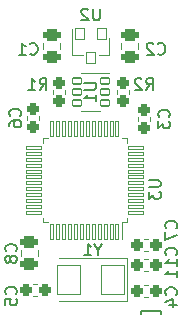
<source format=gbr>
G04 #@! TF.GenerationSoftware,KiCad,Pcbnew,6.0.11+dfsg-1*
G04 #@! TF.CreationDate,2024-04-15T01:17:26+03:00*
G04 #@! TF.ProjectId,PocketAdmin,506f636b-6574-4416-946d-696e2e6b6963,1.3*
G04 #@! TF.SameCoordinates,PX7bfa480PY42c1d80*
G04 #@! TF.FileFunction,Legend,Bot*
G04 #@! TF.FilePolarity,Positive*
%FSLAX46Y46*%
G04 Gerber Fmt 4.6, Leading zero omitted, Abs format (unit mm)*
G04 Created by KiCad (PCBNEW 6.0.11+dfsg-1) date 2024-04-15 01:17:26*
%MOMM*%
%LPD*%
G01*
G04 APERTURE LIST*
G04 Aperture macros list*
%AMRoundRect*
0 Rectangle with rounded corners*
0 $1 Rounding radius*
0 $2 $3 $4 $5 $6 $7 $8 $9 X,Y pos of 4 corners*
0 Add a 4 corners polygon primitive as box body*
4,1,4,$2,$3,$4,$5,$6,$7,$8,$9,$2,$3,0*
0 Add four circle primitives for the rounded corners*
1,1,$1+$1,$2,$3*
1,1,$1+$1,$4,$5*
1,1,$1+$1,$6,$7*
1,1,$1+$1,$8,$9*
0 Add four rect primitives between the rounded corners*
20,1,$1+$1,$2,$3,$4,$5,0*
20,1,$1+$1,$4,$5,$6,$7,0*
20,1,$1+$1,$6,$7,$8,$9,0*
20,1,$1+$1,$8,$9,$2,$3,0*%
G04 Aperture macros list end*
%ADD10C,0.150000*%
%ADD11C,0.120000*%
%ADD12C,1.200000*%
%ADD13O,2.000000X3.600000*%
%ADD14RoundRect,0.050000X-0.850000X0.850000X-0.850000X-0.850000X0.850000X-0.850000X0.850000X0.850000X0*%
%ADD15O,1.800000X1.800000*%
%ADD16RoundRect,0.268750X-0.256250X0.218750X-0.256250X-0.218750X0.256250X-0.218750X0.256250X0.218750X0*%
%ADD17RoundRect,0.050000X0.350000X0.255000X-0.350000X0.255000X-0.350000X-0.255000X0.350000X-0.255000X0*%
%ADD18RoundRect,0.050000X-0.400000X0.450000X-0.400000X-0.450000X0.400000X-0.450000X0.400000X0.450000X0*%
%ADD19RoundRect,0.268750X0.218750X0.256250X-0.218750X0.256250X-0.218750X-0.256250X0.218750X-0.256250X0*%
%ADD20RoundRect,0.050000X1.000000X1.200000X-1.000000X1.200000X-1.000000X-1.200000X1.000000X-1.200000X0*%
%ADD21RoundRect,0.293750X-0.456250X0.243750X-0.456250X-0.243750X0.456250X-0.243750X0.456250X0.243750X0*%
%ADD22RoundRect,0.293750X0.456250X-0.243750X0.456250X0.243750X-0.456250X0.243750X-0.456250X-0.243750X0*%
%ADD23RoundRect,0.268750X-0.218750X-0.256250X0.218750X-0.256250X0.218750X0.256250X-0.218750X0.256250X0*%
%ADD24RoundRect,0.050000X0.125000X-0.650000X0.125000X0.650000X-0.125000X0.650000X-0.125000X-0.650000X0*%
%ADD25RoundRect,0.050000X-0.650000X-0.125000X0.650000X-0.125000X0.650000X0.125000X-0.650000X0.125000X0*%
G04 APERTURE END LIST*
D10*
X14107142Y-11833333D02*
X14154761Y-11785714D01*
X14202380Y-11642857D01*
X14202380Y-11547619D01*
X14154761Y-11404761D01*
X14059523Y-11309523D01*
X13964285Y-11261904D01*
X13773809Y-11214285D01*
X13630952Y-11214285D01*
X13440476Y-11261904D01*
X13345238Y-11309523D01*
X13250000Y-11404761D01*
X13202380Y-11547619D01*
X13202380Y-11642857D01*
X13250000Y-11785714D01*
X13297619Y-11833333D01*
X13202380Y-12166666D02*
X13202380Y-12785714D01*
X13583333Y-12452380D01*
X13583333Y-12595238D01*
X13630952Y-12690476D01*
X13678571Y-12738095D01*
X13773809Y-12785714D01*
X14011904Y-12785714D01*
X14107142Y-12738095D01*
X14154761Y-12690476D01*
X14202380Y-12595238D01*
X14202380Y-12309523D01*
X14154761Y-12214285D01*
X14107142Y-12166666D01*
X6952380Y-8938095D02*
X7761904Y-8938095D01*
X7857142Y-8985714D01*
X7904761Y-9033333D01*
X7952380Y-9128571D01*
X7952380Y-9319047D01*
X7904761Y-9414285D01*
X7857142Y-9461904D01*
X7761904Y-9509523D01*
X6952380Y-9509523D01*
X7952380Y-10509523D02*
X7952380Y-9938095D01*
X7952380Y-10223809D02*
X6952380Y-10223809D01*
X7095238Y-10128571D01*
X7190476Y-10033333D01*
X7238095Y-9938095D01*
X8261904Y-2652380D02*
X8261904Y-3461904D01*
X8214285Y-3557142D01*
X8166666Y-3604761D01*
X8071428Y-3652380D01*
X7880952Y-3652380D01*
X7785714Y-3604761D01*
X7738095Y-3557142D01*
X7690476Y-3461904D01*
X7690476Y-2652380D01*
X7261904Y-2747619D02*
X7214285Y-2700000D01*
X7119047Y-2652380D01*
X6880952Y-2652380D01*
X6785714Y-2700000D01*
X6738095Y-2747619D01*
X6690476Y-2842857D01*
X6690476Y-2938095D01*
X6738095Y-3080952D01*
X7309523Y-3652380D01*
X6690476Y-3652380D01*
X1507142Y-11733333D02*
X1554761Y-11685714D01*
X1602380Y-11542857D01*
X1602380Y-11447619D01*
X1554761Y-11304761D01*
X1459523Y-11209523D01*
X1364285Y-11161904D01*
X1173809Y-11114285D01*
X1030952Y-11114285D01*
X840476Y-11161904D01*
X745238Y-11209523D01*
X650000Y-11304761D01*
X602380Y-11447619D01*
X602380Y-11542857D01*
X650000Y-11685714D01*
X697619Y-11733333D01*
X602380Y-12590476D02*
X602380Y-12400000D01*
X650000Y-12304761D01*
X697619Y-12257142D01*
X840476Y-12161904D01*
X1030952Y-12114285D01*
X1411904Y-12114285D01*
X1507142Y-12161904D01*
X1554761Y-12209523D01*
X1602380Y-12304761D01*
X1602380Y-12495238D01*
X1554761Y-12590476D01*
X1507142Y-12638095D01*
X1411904Y-12685714D01*
X1173809Y-12685714D01*
X1078571Y-12638095D01*
X1030952Y-12590476D01*
X983333Y-12495238D01*
X983333Y-12304761D01*
X1030952Y-12209523D01*
X1078571Y-12161904D01*
X1173809Y-12114285D01*
X3166666Y-9552380D02*
X3500000Y-9076190D01*
X3738095Y-9552380D02*
X3738095Y-8552380D01*
X3357142Y-8552380D01*
X3261904Y-8600000D01*
X3214285Y-8647619D01*
X3166666Y-8742857D01*
X3166666Y-8885714D01*
X3214285Y-8980952D01*
X3261904Y-9028571D01*
X3357142Y-9076190D01*
X3738095Y-9076190D01*
X2214285Y-9552380D02*
X2785714Y-9552380D01*
X2500000Y-9552380D02*
X2500000Y-8552380D01*
X2595238Y-8695238D01*
X2690476Y-8790476D01*
X2785714Y-8838095D01*
X12166666Y-9552380D02*
X12500000Y-9076190D01*
X12738095Y-9552380D02*
X12738095Y-8552380D01*
X12357142Y-8552380D01*
X12261904Y-8600000D01*
X12214285Y-8647619D01*
X12166666Y-8742857D01*
X12166666Y-8885714D01*
X12214285Y-8980952D01*
X12261904Y-9028571D01*
X12357142Y-9076190D01*
X12738095Y-9076190D01*
X11785714Y-8647619D02*
X11738095Y-8600000D01*
X11642857Y-8552380D01*
X11404761Y-8552380D01*
X11309523Y-8600000D01*
X11261904Y-8647619D01*
X11214285Y-8742857D01*
X11214285Y-8838095D01*
X11261904Y-8980952D01*
X11833333Y-9552380D01*
X11214285Y-9552380D01*
X1157142Y-26833333D02*
X1204761Y-26785714D01*
X1252380Y-26642857D01*
X1252380Y-26547619D01*
X1204761Y-26404761D01*
X1109523Y-26309523D01*
X1014285Y-26261904D01*
X823809Y-26214285D01*
X680952Y-26214285D01*
X490476Y-26261904D01*
X395238Y-26309523D01*
X300000Y-26404761D01*
X252380Y-26547619D01*
X252380Y-26642857D01*
X300000Y-26785714D01*
X347619Y-26833333D01*
X252380Y-27738095D02*
X252380Y-27261904D01*
X728571Y-27214285D01*
X680952Y-27261904D01*
X633333Y-27357142D01*
X633333Y-27595238D01*
X680952Y-27690476D01*
X728571Y-27738095D01*
X823809Y-27785714D01*
X1061904Y-27785714D01*
X1157142Y-27738095D01*
X1204761Y-27690476D01*
X1252380Y-27595238D01*
X1252380Y-27357142D01*
X1204761Y-27261904D01*
X1157142Y-27214285D01*
X8126190Y-23076190D02*
X8126190Y-23552380D01*
X8459523Y-22552380D02*
X8126190Y-23076190D01*
X7792857Y-22552380D01*
X6935714Y-23552380D02*
X7507142Y-23552380D01*
X7221428Y-23552380D02*
X7221428Y-22552380D01*
X7316666Y-22695238D01*
X7411904Y-22790476D01*
X7507142Y-22838095D01*
X13166666Y-6457142D02*
X13214285Y-6504761D01*
X13357142Y-6552380D01*
X13452380Y-6552380D01*
X13595238Y-6504761D01*
X13690476Y-6409523D01*
X13738095Y-6314285D01*
X13785714Y-6123809D01*
X13785714Y-5980952D01*
X13738095Y-5790476D01*
X13690476Y-5695238D01*
X13595238Y-5600000D01*
X13452380Y-5552380D01*
X13357142Y-5552380D01*
X13214285Y-5600000D01*
X13166666Y-5647619D01*
X12785714Y-5647619D02*
X12738095Y-5600000D01*
X12642857Y-5552380D01*
X12404761Y-5552380D01*
X12309523Y-5600000D01*
X12261904Y-5647619D01*
X12214285Y-5742857D01*
X12214285Y-5838095D01*
X12261904Y-5980952D01*
X12833333Y-6552380D01*
X12214285Y-6552380D01*
X2366666Y-6457142D02*
X2414285Y-6504761D01*
X2557142Y-6552380D01*
X2652380Y-6552380D01*
X2795238Y-6504761D01*
X2890476Y-6409523D01*
X2938095Y-6314285D01*
X2985714Y-6123809D01*
X2985714Y-5980952D01*
X2938095Y-5790476D01*
X2890476Y-5695238D01*
X2795238Y-5600000D01*
X2652380Y-5552380D01*
X2557142Y-5552380D01*
X2414285Y-5600000D01*
X2366666Y-5647619D01*
X1414285Y-6552380D02*
X1985714Y-6552380D01*
X1700000Y-6552380D02*
X1700000Y-5552380D01*
X1795238Y-5695238D01*
X1890476Y-5790476D01*
X1985714Y-5838095D01*
X14707142Y-21233333D02*
X14754761Y-21185714D01*
X14802380Y-21042857D01*
X14802380Y-20947619D01*
X14754761Y-20804761D01*
X14659523Y-20709523D01*
X14564285Y-20661904D01*
X14373809Y-20614285D01*
X14230952Y-20614285D01*
X14040476Y-20661904D01*
X13945238Y-20709523D01*
X13850000Y-20804761D01*
X13802380Y-20947619D01*
X13802380Y-21042857D01*
X13850000Y-21185714D01*
X13897619Y-21233333D01*
X13802380Y-21566666D02*
X13802380Y-22233333D01*
X14802380Y-21804761D01*
X14707142Y-26883333D02*
X14754761Y-26835714D01*
X14802380Y-26692857D01*
X14802380Y-26597619D01*
X14754761Y-26454761D01*
X14659523Y-26359523D01*
X14564285Y-26311904D01*
X14373809Y-26264285D01*
X14230952Y-26264285D01*
X14040476Y-26311904D01*
X13945238Y-26359523D01*
X13850000Y-26454761D01*
X13802380Y-26597619D01*
X13802380Y-26692857D01*
X13850000Y-26835714D01*
X13897619Y-26883333D01*
X14135714Y-27740476D02*
X14802380Y-27740476D01*
X13754761Y-27502380D02*
X14469047Y-27264285D01*
X14469047Y-27883333D01*
X1157142Y-23205833D02*
X1204761Y-23158214D01*
X1252380Y-23015357D01*
X1252380Y-22920119D01*
X1204761Y-22777261D01*
X1109523Y-22682023D01*
X1014285Y-22634404D01*
X823809Y-22586785D01*
X680952Y-22586785D01*
X490476Y-22634404D01*
X395238Y-22682023D01*
X300000Y-22777261D01*
X252380Y-22920119D01*
X252380Y-23015357D01*
X300000Y-23158214D01*
X347619Y-23205833D01*
X680952Y-23777261D02*
X633333Y-23682023D01*
X585714Y-23634404D01*
X490476Y-23586785D01*
X442857Y-23586785D01*
X347619Y-23634404D01*
X300000Y-23682023D01*
X252380Y-23777261D01*
X252380Y-23967738D01*
X300000Y-24062976D01*
X347619Y-24110595D01*
X442857Y-24158214D01*
X490476Y-24158214D01*
X585714Y-24110595D01*
X633333Y-24062976D01*
X680952Y-23967738D01*
X680952Y-23777261D01*
X728571Y-23682023D01*
X776190Y-23634404D01*
X871428Y-23586785D01*
X1061904Y-23586785D01*
X1157142Y-23634404D01*
X1204761Y-23682023D01*
X1252380Y-23777261D01*
X1252380Y-23967738D01*
X1204761Y-24062976D01*
X1157142Y-24110595D01*
X1061904Y-24158214D01*
X871428Y-24158214D01*
X776190Y-24110595D01*
X728571Y-24062976D01*
X680952Y-23967738D01*
X14707142Y-23507142D02*
X14754761Y-23459523D01*
X14802380Y-23316666D01*
X14802380Y-23221428D01*
X14754761Y-23078571D01*
X14659523Y-22983333D01*
X14564285Y-22935714D01*
X14373809Y-22888095D01*
X14230952Y-22888095D01*
X14040476Y-22935714D01*
X13945238Y-22983333D01*
X13850000Y-23078571D01*
X13802380Y-23221428D01*
X13802380Y-23316666D01*
X13850000Y-23459523D01*
X13897619Y-23507142D01*
X14802380Y-24459523D02*
X14802380Y-23888095D01*
X14802380Y-24173809D02*
X13802380Y-24173809D01*
X13945238Y-24078571D01*
X14040476Y-23983333D01*
X14088095Y-23888095D01*
X14802380Y-25411904D02*
X14802380Y-24840476D01*
X14802380Y-25126190D02*
X13802380Y-25126190D01*
X13945238Y-25030952D01*
X14040476Y-24935714D01*
X14088095Y-24840476D01*
X12402380Y-17188095D02*
X13211904Y-17188095D01*
X13307142Y-17235714D01*
X13354761Y-17283333D01*
X13402380Y-17378571D01*
X13402380Y-17569047D01*
X13354761Y-17664285D01*
X13307142Y-17711904D01*
X13211904Y-17759523D01*
X12402380Y-17759523D01*
X12402380Y-18140476D02*
X12402380Y-18759523D01*
X12783333Y-18426190D01*
X12783333Y-18569047D01*
X12830952Y-18664285D01*
X12878571Y-18711904D01*
X12973809Y-18759523D01*
X13211904Y-18759523D01*
X13307142Y-18711904D01*
X13354761Y-18664285D01*
X13402380Y-18569047D01*
X13402380Y-18283333D01*
X13354761Y-18188095D01*
X13307142Y-18140476D01*
D11*
X12510000Y-11837221D02*
X12510000Y-12162779D01*
X11490000Y-11837221D02*
X11490000Y-12162779D01*
X8300000Y-11300000D02*
X6700000Y-11300000D01*
X6700000Y-8100000D02*
X9000000Y-8100000D01*
X9080000Y-6560000D02*
X8150000Y-6560000D01*
X9080000Y-6560000D02*
X9080000Y-5100000D01*
X5920000Y-6560000D02*
X5920000Y-4400000D01*
X5920000Y-6560000D02*
X6850000Y-6560000D01*
X3110000Y-11737221D02*
X3110000Y-12062779D01*
X2090000Y-11737221D02*
X2090000Y-12062779D01*
X5310000Y-9537221D02*
X5310000Y-9862779D01*
X4290000Y-9537221D02*
X4290000Y-9862779D01*
X9690000Y-9537221D02*
X9690000Y-9862779D01*
X10710000Y-9537221D02*
X10710000Y-9862779D01*
X2962779Y-25990000D02*
X2637221Y-25990000D01*
X2962779Y-27010000D02*
X2637221Y-27010000D01*
X4800000Y-23800000D02*
X10550000Y-23800000D01*
X10550000Y-27400000D02*
X4800000Y-27400000D01*
X10550000Y-23800000D02*
X10550000Y-27400000D01*
X10090000Y-5541422D02*
X10090000Y-6058578D01*
X11510000Y-5541422D02*
X11510000Y-6058578D01*
X4910000Y-6058578D02*
X4910000Y-5541422D01*
X3490000Y-6058578D02*
X3490000Y-5541422D01*
X12362779Y-22140000D02*
X12037221Y-22140000D01*
X12362779Y-23160000D02*
X12037221Y-23160000D01*
X12037221Y-26090000D02*
X12362779Y-26090000D01*
X12037221Y-27110000D02*
X12362779Y-27110000D01*
X1590000Y-23113922D02*
X1590000Y-23631078D01*
X3010000Y-23113922D02*
X3010000Y-23631078D01*
X12024721Y-24910000D02*
X12350279Y-24910000D01*
X12024721Y-23890000D02*
X12350279Y-23890000D01*
X3440000Y-13640000D02*
X3440000Y-14060000D01*
X10140000Y-20760000D02*
X10140000Y-22140000D01*
X3440000Y-20760000D02*
X3440000Y-20340000D01*
X3440000Y-20760000D02*
X3860000Y-20760000D01*
X10560000Y-13640000D02*
X10140000Y-13640000D01*
X10560000Y-20760000D02*
X10140000Y-20760000D01*
X10560000Y-20760000D02*
X10560000Y-20340000D01*
X10560000Y-13640000D02*
X10560000Y-14060000D01*
X3440000Y-13640000D02*
X3860000Y-13640000D01*
%LPC*%
D12*
X5200000Y-3100000D03*
X9800000Y-3100000D03*
D13*
X13200000Y-3100000D03*
X1800000Y-3100000D03*
D14*
X12600000Y-29100000D03*
D15*
X10060000Y-29100000D03*
X7520000Y-29100000D03*
X4980000Y-29100000D03*
X2440000Y-29100000D03*
D16*
X12000000Y-11212500D03*
X12000000Y-12787500D03*
D17*
X8660000Y-8750000D03*
X8660000Y-9700000D03*
X8660000Y-10650000D03*
X6340000Y-10650000D03*
X6340000Y-9700000D03*
X6340000Y-8750000D03*
D18*
X6550000Y-4800000D03*
X8450000Y-4800000D03*
X7500000Y-6800000D03*
D16*
X2600000Y-11112500D03*
X2600000Y-12687500D03*
X4800000Y-8912500D03*
X4800000Y-10487500D03*
X10200000Y-8912500D03*
X10200000Y-10487500D03*
D19*
X3587500Y-26500000D03*
X2012500Y-26500000D03*
D20*
X9350000Y-25600000D03*
X5650000Y-25600000D03*
D21*
X10800000Y-4862500D03*
X10800000Y-6737500D03*
D22*
X4200000Y-6737500D03*
X4200000Y-4862500D03*
D19*
X12987500Y-22650000D03*
X11412500Y-22650000D03*
D23*
X11412500Y-26600000D03*
X12987500Y-26600000D03*
D21*
X2300000Y-22435000D03*
X2300000Y-24310000D03*
D23*
X11400000Y-24400000D03*
X12975000Y-24400000D03*
D24*
X9750000Y-21550000D03*
X9250000Y-21550000D03*
X8750000Y-21550000D03*
X8250000Y-21550000D03*
X7750000Y-21550000D03*
X7250000Y-21550000D03*
X6750000Y-21550000D03*
X6250000Y-21550000D03*
X5750000Y-21550000D03*
X5250000Y-21550000D03*
X4750000Y-21550000D03*
X4250000Y-21550000D03*
D25*
X2650000Y-19950000D03*
X2650000Y-19450000D03*
X2650000Y-18950000D03*
X2650000Y-18450000D03*
X2650000Y-17950000D03*
X2650000Y-17450000D03*
X2650000Y-16950000D03*
X2650000Y-16450000D03*
X2650000Y-15950000D03*
X2650000Y-15450000D03*
X2650000Y-14950000D03*
X2650000Y-14450000D03*
D24*
X4250000Y-12850000D03*
X4750000Y-12850000D03*
X5250000Y-12850000D03*
X5750000Y-12850000D03*
X6250000Y-12850000D03*
X6750000Y-12850000D03*
X7250000Y-12850000D03*
X7750000Y-12850000D03*
X8250000Y-12850000D03*
X8750000Y-12850000D03*
X9250000Y-12850000D03*
X9750000Y-12850000D03*
D25*
X11350000Y-14450000D03*
X11350000Y-14950000D03*
X11350000Y-15450000D03*
X11350000Y-15950000D03*
X11350000Y-16450000D03*
X11350000Y-16950000D03*
X11350000Y-17450000D03*
X11350000Y-17950000D03*
X11350000Y-18450000D03*
X11350000Y-18950000D03*
X11350000Y-19450000D03*
X11350000Y-19950000D03*
M02*

</source>
